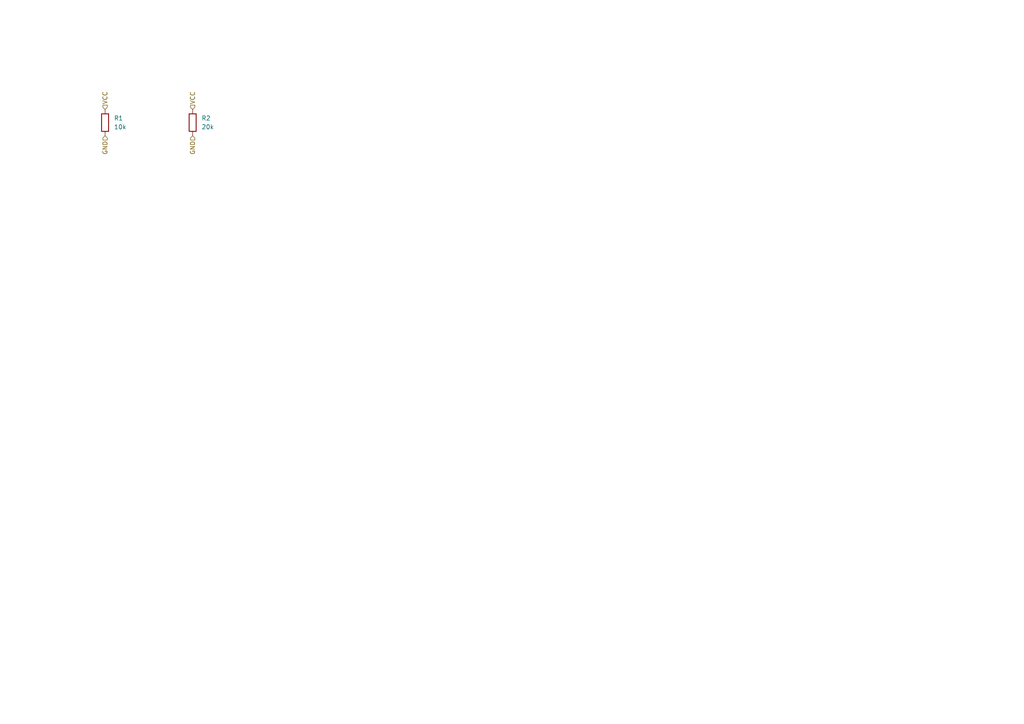
<source format=kicad_sch>
(kicad_sch (version 20250114) (generator "circuit_synth") (generator_version "0.8.36")
  (paper "A4")
  (title_block (title "routed_circuit"))
  (lib_symbols
    (symbol "Device:R" (pin_numbers (hide yes)) (pin_names (offset 0))
      (property "Reference" "R" (at 2.032 0 90))
      (property "Value" "R" (at 0 0 90))
      (symbol "R_0_1"
        (rectangle (start -1.016 -2.54) (end 1.016 2.54) (stroke (width 0.254)))
      )
      (symbol "R_1_1"
        (pin passive line (at 0 3.81 270) (length 1.27) (name "~") (number "1"))
        (pin passive line (at 0 -3.81 90) (length 1.27) (name "~") (number "2"))
      )
    )
  )
  (symbol (lib_id "Device:R") (at 30.48 35.56 0) (unit 1)
    (property "Reference" "R1" (at 33.02 34.2899 0) (effects (justify left)))
    (property "Value" "10k" (at 33.02 36.8299 0) (effects (justify left)))
    (property "Footprint" "Resistor_SMD:R_0603_1608Metric" (effects (hide yes)))
    (property "hierarchy_path" "/35aef64b-db55-4847-8804-97c970213ea9" (effects (hide yes)))
    (property "project_name" "routed_circuit" (effects (hide yes)))
    (property "root_uuid" "35aef64b-db55-4847-8804-97c970213ea9" (effects (hide yes)))
  )
  (symbol (lib_id "Device:R") (at 55.88 35.56 0) (unit 1)
    (property "Reference" "R2" (at 58.42 34.2899 0) (effects (justify left)))
    (property "Value" "20k" (at 58.42 36.8299 0) (effects (justify left)))
    (property "Footprint" "Resistor_SMD:R_0603_1608Metric" (effects (hide yes)))
    (property "hierarchy_path" "/35aef64b-db55-4847-8804-97c970213ea9" (effects (hide yes)))
    (property "project_name" "routed_circuit" (effects (hide yes)))
    (property "root_uuid" "35aef64b-db55-4847-8804-97c970213ea9" (effects (hide yes)))
  )
  (hierarchical_label "VCC" (shape input) (at 30.48 31.75 90))
  (hierarchical_label "VCC" (shape input) (at 55.88 31.75 90))
  (hierarchical_label "GND" (shape input) (at 30.48 39.37 270))
  (hierarchical_label "GND" (shape input) (at 55.88 39.37 270))
)
</source>
